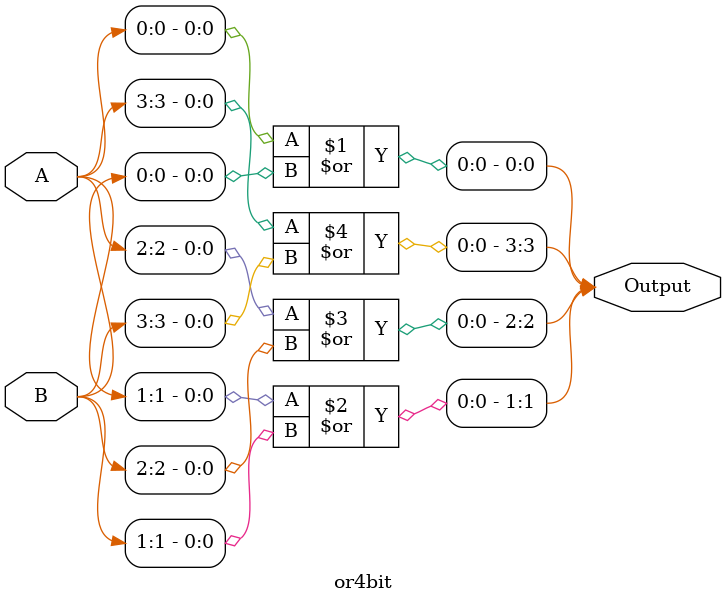
<source format=v>
module or4bit(A, B, Output);		// or 4 bit module
	
input [3:0] A, B;						// A or B => Output
output [3:0] Output;					// A ve B 4 er bit

or o1(Output[0], A[0], B[0]);		// Her bit orlanir.
or o2(Output[1], A[1], B[1]);
or o3(Output[2], A[2], B[2]);
or o4(Output[3], A[3], B[3]);

endmodule
</source>
